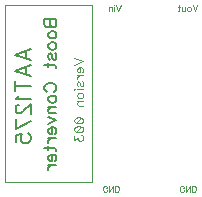
<source format=gbr>
G04 DipTrace 3.0.0.2*
G04 BottomSilk.gbr*
%MOIN*%
G04 #@! TF.FileFunction,Legend,Bot*
G04 #@! TF.Part,Single*
%ADD17C,0.003937*%
%ADD43C,0.00772*%
%ADD44C,0.003088*%
%ADD45C,0.004632*%
%ADD46C,0.006176*%
%FSLAX26Y26*%
G04*
G70*
G90*
G75*
G01*
G04 BotSilk*
%LPD*%
X413142Y1055948D2*
D17*
X700612D1*
Y468509D1*
X413142D1*
Y1055948D1*
X797332Y1057226D2*
D44*
X789683Y1037130D1*
X782034Y1057226D1*
X775858D2*
X774907Y1056275D1*
X773935Y1057226D1*
X774907Y1058198D1*
X775858Y1057226D1*
X774907Y1050527D2*
Y1037130D1*
X767759Y1050527D2*
Y1037130D1*
Y1046702D2*
X764885Y1049576D1*
X762961Y1050527D1*
X760110D1*
X758186Y1049576D1*
X757236Y1046702D1*
Y1037130D1*
X1052598Y1056909D2*
X1044949Y1036813D1*
X1037299Y1056909D1*
X1026348Y1050211D2*
X1028250Y1049260D1*
X1030173Y1047337D1*
X1031124Y1044463D1*
Y1042561D1*
X1030173Y1039687D1*
X1028250Y1037786D1*
X1026348Y1036813D1*
X1023474D1*
X1021551Y1037786D1*
X1019650Y1039687D1*
X1018677Y1042561D1*
Y1044463D1*
X1019650Y1047337D1*
X1021551Y1049260D1*
X1023474Y1050211D1*
X1026348D1*
X1012501D2*
Y1040638D1*
X1011551Y1037786D1*
X1009627Y1036813D1*
X1006753D1*
X1004852Y1037786D1*
X1001978Y1040638D1*
Y1050211D2*
Y1036813D1*
X992928Y1056909D2*
Y1040638D1*
X991978Y1037786D1*
X990054Y1036813D1*
X988153D1*
X995802Y1050211D2*
X989103D1*
X1008751Y439224D2*
X1007800Y437323D1*
X1005877Y435400D1*
X1003976Y434449D1*
X1000151D1*
X998228Y435400D1*
X996326Y437323D1*
X995354Y439224D1*
X994403Y442098D1*
Y446896D1*
X995354Y449747D1*
X996326Y451671D1*
X998228Y453572D1*
X1000151Y454545D1*
X1003976D1*
X1005877Y453572D1*
X1007800Y451671D1*
X1008751Y449747D1*
Y446896D1*
X1003976D1*
X1028324Y434449D2*
Y454545D1*
X1014927Y434449D1*
Y454545D1*
X1034500Y434449D2*
Y454545D1*
X1041198D1*
X1044072Y453572D1*
X1045996Y451671D1*
X1046946Y449747D1*
X1047897Y446896D1*
Y442098D1*
X1046946Y439224D1*
X1045996Y437323D1*
X1044072Y435399D1*
X1041198Y434449D1*
X1034500D1*
X752527Y439224D2*
X751576Y437323D1*
X749652Y435400D1*
X747751Y434449D1*
X743927D1*
X742003Y435400D1*
X740102Y437323D1*
X739129Y439224D1*
X738179Y442098D1*
Y446896D1*
X739129Y449747D1*
X740102Y451671D1*
X742003Y453572D1*
X743927Y454545D1*
X747751D1*
X749653Y453572D1*
X751576Y451671D1*
X752527Y449747D1*
Y446896D1*
X747751D1*
X772099Y434449D2*
X772100Y454545D1*
X758702Y434449D1*
Y454545D1*
X778275Y434449D2*
Y454545D1*
X784974D1*
X787848Y453572D1*
X789771Y451671D1*
X790722Y449747D1*
X791672Y446896D1*
Y442098D1*
X790722Y439224D1*
X789771Y437323D1*
X787848Y435399D1*
X784974Y434449D1*
X778275D1*
X496976Y872970D2*
D43*
X446736Y892148D1*
X496976Y911272D1*
X480229Y904087D2*
Y880155D1*
X496976Y819229D2*
X446736Y838407D1*
X496976Y857531D1*
X480229Y850346D2*
Y826414D1*
X446736Y787043D2*
X496976D1*
X446736Y803790D2*
Y770296D1*
X456353Y754857D2*
X453921Y750049D1*
X446791Y742864D1*
X496976D1*
X458729Y724993D2*
X456353D1*
X451544Y722616D1*
X449168Y720239D1*
X446791Y715431D1*
Y705869D1*
X449168Y701116D1*
X451544Y698740D1*
X456353Y696308D1*
X461106D1*
X465914Y698739D1*
X473044Y703493D1*
X496976Y727424D1*
Y693931D1*
Y668930D2*
X446791Y644999D1*
Y678492D1*
Y600874D2*
Y624751D1*
X468291Y627127D1*
X465914Y624751D1*
X463482Y617566D1*
Y610436D1*
X465914Y603251D1*
X470667Y598443D1*
X477852Y596066D1*
X482606D1*
X489791Y598443D1*
X494599Y603251D1*
X496976Y610436D1*
Y617566D1*
X494599Y624751D1*
X492167Y627127D1*
X487414Y629559D1*
X543184Y1009792D2*
D46*
X583376D1*
Y992548D1*
X581430Y986800D1*
X579529Y984899D1*
X575726Y982998D1*
X569978D1*
X566132Y984899D1*
X564230Y986800D1*
X562329Y992548D1*
X560384Y986800D1*
X558482Y984899D1*
X554680Y982998D1*
X550833D1*
X547031Y984899D1*
X545085Y986800D1*
X543184Y992548D1*
Y1009792D1*
X562329D2*
Y992548D1*
X556581Y961096D2*
X558482Y964898D1*
X562329Y968745D1*
X568077Y970646D1*
X571880D1*
X577628Y968745D1*
X581430Y964898D1*
X583376Y961096D1*
Y955348D1*
X581430Y951501D1*
X577628Y947698D1*
X571880Y945753D1*
X568077D1*
X562329Y947698D1*
X558482Y951501D1*
X556581Y955348D1*
Y961096D1*
Y923851D2*
X558482Y927653D1*
X562329Y931500D1*
X568077Y933401D1*
X571880D1*
X577628Y931500D1*
X581430Y927653D1*
X583376Y923851D1*
Y918103D1*
X581430Y914256D1*
X577628Y910454D1*
X571880Y908508D1*
X568077D1*
X562329Y910454D1*
X558482Y914256D1*
X556581Y918103D1*
Y923851D1*
X562329Y875110D2*
X558482Y877011D1*
X556581Y882759D1*
Y888507D1*
X558482Y894255D1*
X562329Y896157D1*
X566132Y894255D1*
X568077Y890409D1*
X569978Y880858D1*
X571880Y877011D1*
X575726Y875110D1*
X577628D1*
X581430Y877011D1*
X583376Y882759D1*
Y888507D1*
X581430Y894255D1*
X577628Y896157D1*
X543184Y857011D2*
X575726D1*
X581430Y855109D1*
X583376Y851263D1*
Y847460D1*
X556581Y862759D2*
Y849361D1*
X552734Y767532D2*
X548932Y769433D1*
X545085Y773280D1*
X543184Y777082D1*
Y784732D1*
X545085Y788579D1*
X548932Y792381D1*
X552734Y794327D1*
X558482Y796228D1*
X568077D1*
X573781Y794327D1*
X577628Y792381D1*
X581430Y788579D1*
X583376Y784732D1*
Y777082D1*
X581430Y773280D1*
X577628Y769433D1*
X573781Y767532D1*
X556581Y745630D2*
X558482Y749432D1*
X562329Y753279D1*
X568077Y755180D1*
X571880D1*
X577628Y753279D1*
X581430Y749432D1*
X583376Y745630D1*
Y739882D1*
X581430Y736035D1*
X577628Y732233D1*
X571880Y730287D1*
X568077D1*
X562329Y732233D1*
X558482Y736035D1*
X556581Y739882D1*
Y745630D1*
Y717936D2*
X583376D1*
X564230D2*
X558482Y712188D1*
X556581Y708341D1*
Y702637D1*
X558482Y698790D1*
X564230Y696889D1*
X583376D1*
X556581Y684538D2*
X583376Y673042D1*
X556581Y661590D1*
X568077Y649238D2*
Y626290D1*
X564230D1*
X560384Y628192D1*
X558482Y630093D1*
X556581Y633940D1*
Y639688D1*
X558482Y643490D1*
X562329Y647337D1*
X568077Y649238D1*
X571880D1*
X577628Y647337D1*
X581430Y643490D1*
X583376Y639688D1*
Y633940D1*
X581430Y630093D1*
X577628Y626290D1*
X556581Y613939D2*
X583376D1*
X568077D2*
X562329Y611994D1*
X558482Y608191D1*
X556581Y604344D1*
Y598596D1*
X543184Y580497D2*
X575726D1*
X581430Y578596D1*
X583376Y574749D1*
Y570946D1*
X556581Y586245D2*
Y572848D1*
X568077Y558595D2*
Y535647D1*
X564230D1*
X560384Y537548D1*
X558482Y539450D1*
X556581Y543296D1*
Y549044D1*
X558482Y552847D1*
X562329Y556694D1*
X568077Y558595D1*
X571880D1*
X577628Y556694D1*
X581430Y552847D1*
X583376Y549044D1*
Y543296D1*
X581430Y539449D1*
X577628Y535647D1*
X556581Y523296D2*
X583376D1*
X568077D2*
X562329Y521350D1*
X558482Y517548D1*
X556581Y513701D1*
Y507953D1*
X642153Y881699D2*
D45*
X672297Y870225D1*
X642153Y858751D1*
X660823Y849488D2*
Y832277D1*
X657938D1*
X655053Y833703D1*
X653627Y835129D1*
X652201Y838014D1*
Y842325D1*
X653627Y845177D1*
X656512Y848062D1*
X660823Y849488D1*
X663675D1*
X667986Y848062D1*
X670838Y845177D1*
X672297Y842325D1*
Y838014D1*
X670838Y835129D1*
X667986Y832277D1*
X652201Y823013D2*
X672297D1*
X660823D2*
X656512Y821554D1*
X653627Y818702D1*
X652201Y815817D1*
Y811506D1*
X656512Y786458D2*
X653627Y787883D1*
X652201Y792194D1*
Y796506D1*
X653627Y800817D1*
X656512Y802242D1*
X659364Y800817D1*
X660823Y797931D1*
X662249Y790769D1*
X663675Y787883D1*
X666560Y786458D1*
X667986D1*
X670838Y787883D1*
X672297Y792194D1*
Y796506D1*
X670838Y800817D1*
X667986Y802242D1*
X642153Y777194D2*
X643579Y775768D1*
X642153Y774309D1*
X640694Y775768D1*
X642153Y777194D1*
X652201Y775768D2*
X672297D1*
X652201Y757882D2*
X653627Y760734D1*
X656512Y763619D1*
X660823Y765045D1*
X663675D1*
X667986Y763619D1*
X670838Y760734D1*
X672297Y757882D1*
Y753571D1*
X670838Y750686D1*
X667986Y747834D1*
X663675Y746375D1*
X660823D1*
X656512Y747834D1*
X653627Y750686D1*
X652201Y753571D1*
Y757882D1*
Y737112D2*
X672297D1*
X657938D2*
X653627Y732801D1*
X652201Y729916D1*
Y725638D1*
X653627Y722753D1*
X657938Y721327D1*
X672297D1*
X642186Y674281D2*
X643612Y678592D1*
X647923Y681477D1*
X655086Y682903D1*
X659397D1*
X666560Y681477D1*
X670871Y678592D1*
X672297Y674281D1*
Y671429D1*
X670871Y667118D1*
X666560Y664266D1*
X659397Y662807D1*
X655086D1*
X647923Y664266D1*
X643612Y667118D1*
X642186Y671429D1*
Y674281D1*
X647923Y664266D2*
X666560Y681477D1*
X642186Y644921D2*
X643612Y649232D1*
X647923Y652117D1*
X655086Y653543D1*
X659397D1*
X666560Y652117D1*
X670871Y649232D1*
X672297Y644921D1*
Y642069D1*
X670871Y637758D1*
X666560Y634906D1*
X659397Y633447D1*
X655086D1*
X647923Y634906D1*
X643612Y637758D1*
X642186Y642069D1*
Y644921D1*
X647923Y634906D2*
X666560Y652117D1*
X642186Y621299D2*
Y605547D1*
X653660Y614136D1*
Y609825D1*
X655086Y606973D1*
X656512Y605547D1*
X660823Y604088D1*
X663675D1*
X667986Y605547D1*
X670871Y608399D1*
X672297Y612710D1*
Y617021D1*
X670871Y621299D1*
X669412Y622724D1*
X666560Y624184D1*
M02*

</source>
